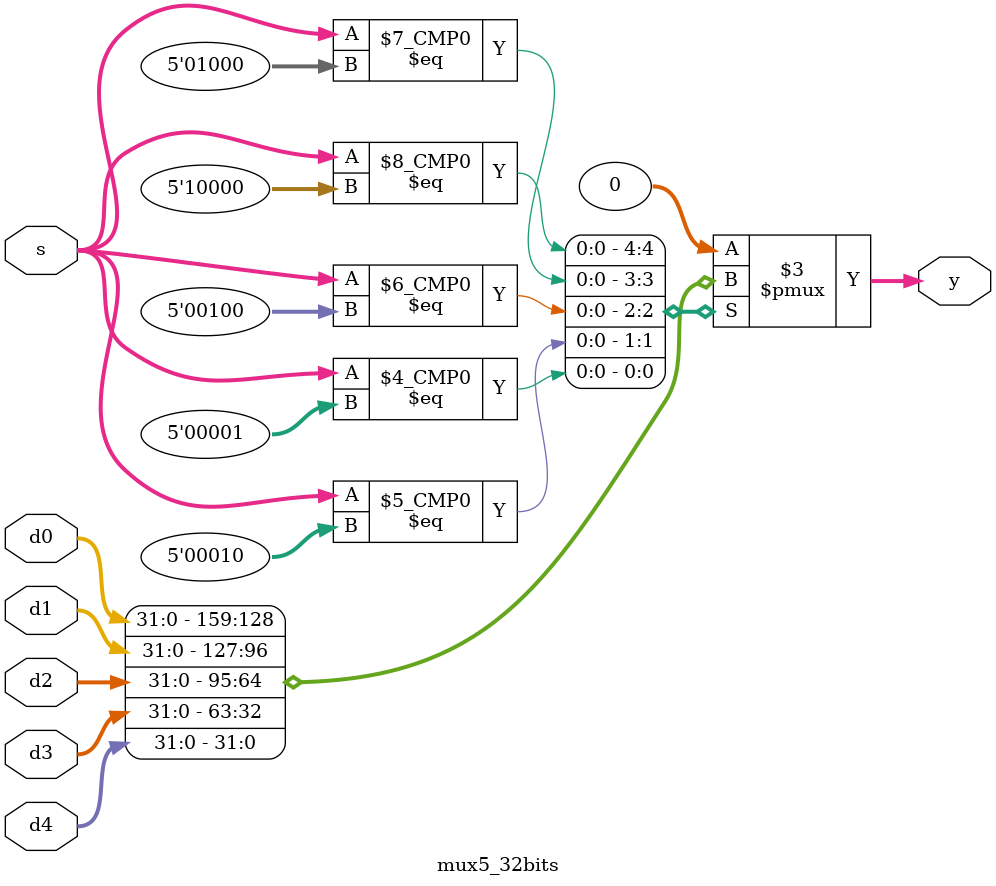
<source format=v>
module mux2(d0, d1, s, y);	//1bit 2-to-1 mux
	input d0, d1, s;
	output y;
	assign y = (s == 1'b1) ? d0 : d1;
endmodule

module mux2_16bits(d0, d1, s, y);	//16bit 2-to-1 mux
	input [15:0] d0, d1;
	input	s;
	output [15:0] y;
	assign y = (s == 1'b1) ? d0 : d1;
endmodule

module mux2_32bits(d0, d1, s, y);	//32bit 2-to-1 mux
	input [31:0] d0, d1;
	input s;
	output [31:0] y;
	assign y = (s == 1'b1) ? d0 : d1;
endmodule

module mux5_32bits(d0, d1, d2, d3, d4, s, y);	//32bit 5-to-1 mux
	input [31:0] d0, d1, d2, d3, d4;
	input [4:0] s;
	output reg [31:0] y;
	
	always @ (s or d0 or d1 or d2 or d3 or d4) begin	//one-hot encoding
		case(s)
			5'b10000: y <= d0;
			5'b01000: y <= d1;
			5'b00100: y <= d2;
			5'b00010: y <= d3;
			5'b00001: y <= d4;
			default: y <= 32'b0;
		endcase
	end
endmodule

</source>
